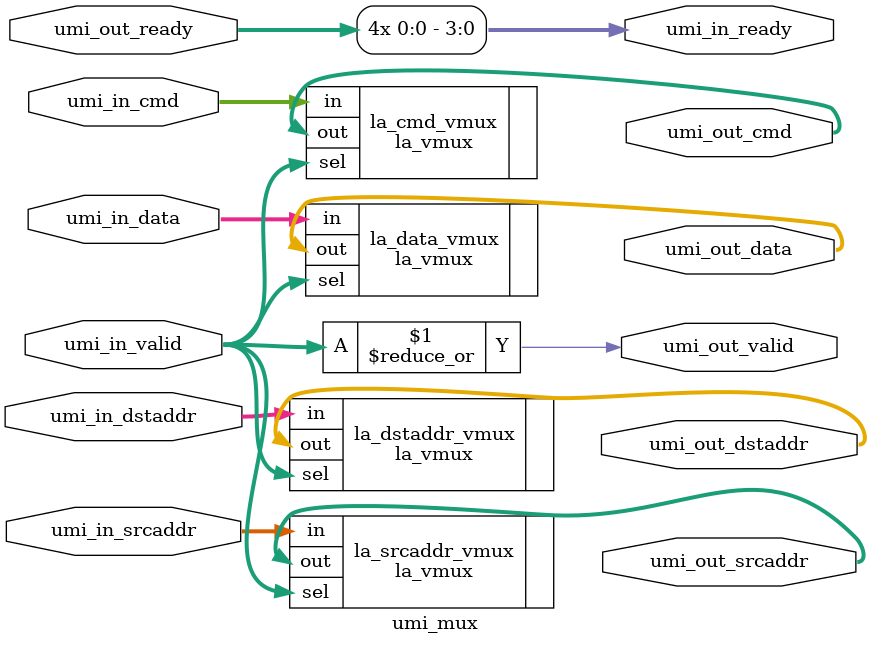
<source format=v>

/*******************************************************************************
 * Copyright 2020 Zero ASIC Corporation
 *
 * Licensed under the Apache License, Version 2.0 (the "License");
 * you may not use this file except in compliance with the License.
 * You may obtain a copy of the License at
 *
 *     http://www.apache.org/licenses/LICENSE-2.0
 *
 * Unless required by applicable law or agreed to in writing, software
 * distributed under the License is distributed on an "AS IS" BASIS,
 * WITHOUT WARRANTIES OR CONDITIONS OF ANY KIND, either express or implied.
 * See the License for the specific language governing permissions and
 * limitations under the License.
 *
 * ----
 *
 * ##Documentation##
 *
 * - Selects between N inputs
 * - Assumes one-hot selects
 * - WARNING: input ready is combinatorially connected to the output ready.
 *
 ******************************************************************************/



module umi_mux
  #(parameter DW = 256, // UMI transaction width
    parameter CW = 32,
    parameter AW = 64,
    parameter N = 4     // number of inputs
    )
   (// Incoming UMI
    input [N-1:0]    umi_in_valid,
    input [N*CW-1:0] umi_in_cmd,
    input [N*AW-1:0] umi_in_dstaddr,
    input [N*AW-1:0] umi_in_srcaddr,
    input [N*DW-1:0] umi_in_data,
    output [N-1:0]   umi_in_ready,
    // Outgoing UMI
    output           umi_out_valid,
    input            umi_out_ready,
    output [CW-1:0]  umi_out_cmd,
    output [AW-1:0]  umi_out_dstaddr,
    output [AW-1:0]  umi_out_srcaddr,
    output [DW-1:0]  umi_out_data
    );

   // valid output
   assign umi_out_valid = |umi_in_valid[N-1:0];

   // ready pusback
   assign umi_in_ready[N-1:0] = {N{umi_out_ready}};

   // packet mux
   la_vmux #(.N(N),
             .W(CW))
   la_cmd_vmux(.out (umi_out_cmd[CW-1:0]),
               .sel (umi_in_valid[N-1:0]),
               .in  (umi_in_cmd[N*CW-1:0]));

   // packet mux
   la_vmux #(.N(N),
             .W(AW))
   la_dstaddr_vmux(.out (umi_out_dstaddr[AW-1:0]),
                   .sel (umi_in_valid[N-1:0]),
                   .in  (umi_in_dstaddr[N*AW-1:0]));

   // packet mux
   la_vmux #(.N(N),
             .W(AW))
   la_srcaddr_vmux(.out (umi_out_srcaddr[AW-1:0]),
                   .sel (umi_in_valid[N-1:0]),
                   .in  (umi_in_srcaddr[N*AW-1:0]));

   // packet mux
   la_vmux #(.N(N),
             .W(DW))
   la_data_vmux(.out (umi_out_data[DW-1:0]),
                .sel (umi_in_valid[N-1:0]),
                .in  (umi_in_data[N*DW-1:0]));

endmodule

</source>
